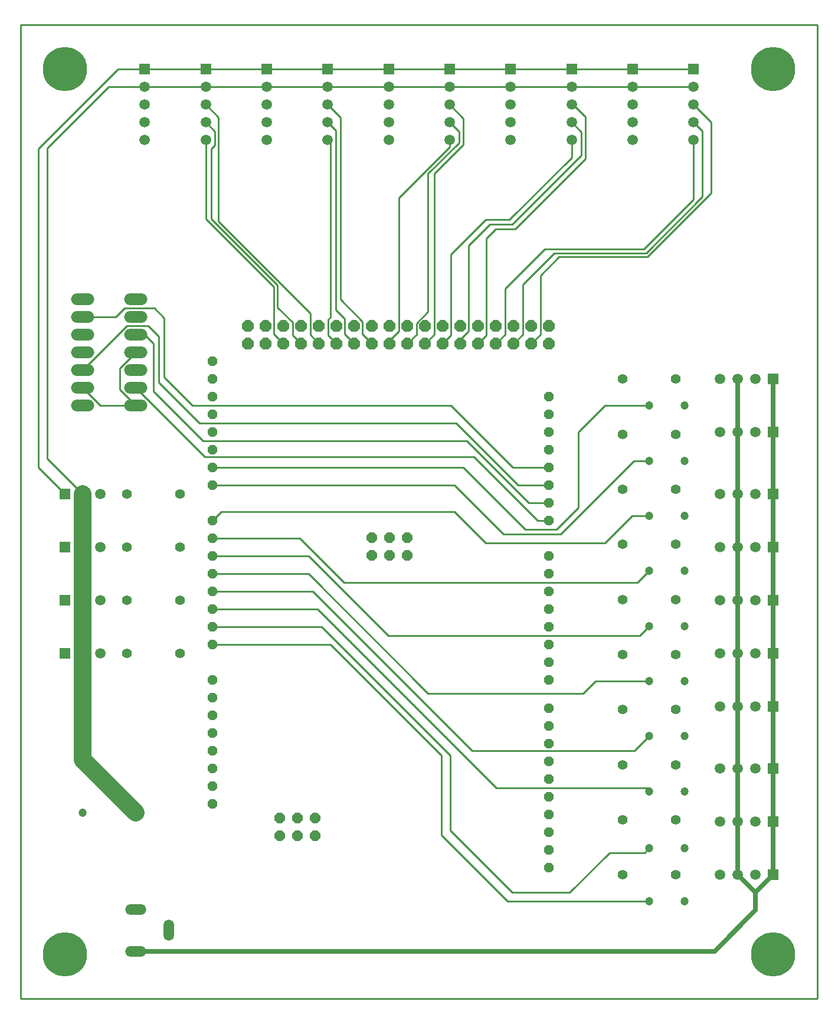
<source format=gbl>
G04 Layer_Physical_Order=2*
G04 Layer_Color=16711680*
%FSLAX25Y25*%
%MOIN*%
G70*
G01*
G75*
%ADD10C,0.01000*%
%ADD11C,0.02500*%
%ADD12C,0.10000*%
%ADD13C,0.00000*%
%ADD14C,0.05512*%
%ADD15C,0.04724*%
%ADD16R,0.04724X0.04724*%
%ADD17O,0.13200X0.06600*%
%ADD18P,0.07144X8X202.5*%
%ADD19P,0.06605X8X202.5*%
%ADD20P,0.06061X8X202.5*%
%ADD21C,0.25000*%
%ADD22R,0.05905X0.05905*%
%ADD23C,0.05905*%
%ADD24R,0.05905X0.05905*%
%ADD25O,0.05937X0.11874*%
%ADD26O,0.11874X0.05937*%
D10*
X79444Y470000D02*
X84500Y464944D01*
Y457203D02*
Y464944D01*
X82500Y455203D02*
X84500Y457203D01*
X82500Y415500D02*
Y455203D01*
X79444Y480000D02*
X86500Y472944D01*
Y414000D02*
Y472944D01*
Y414000D02*
X138398Y362102D01*
X217222Y470000D02*
X222500Y464722D01*
Y458500D02*
Y464722D01*
X205000Y441000D02*
X222500Y458500D01*
X227000Y290000D02*
X261900Y255100D01*
X78000Y290000D02*
X227000D01*
X50000Y318000D02*
X78000Y290000D01*
X221000Y300000D02*
X255900Y265100D01*
X76000Y300000D02*
X221000D01*
X53000Y323000D02*
X76000Y300000D01*
X252500Y412500D02*
X291500Y451500D01*
X286111Y470000D02*
X291500Y464611D01*
Y451500D02*
Y464611D01*
X287000Y480000D02*
X294000Y473000D01*
Y449500D02*
Y473000D01*
X254200Y409700D02*
X294000Y449500D01*
X286111Y480000D02*
X287000D01*
X243200Y409700D02*
X254200D01*
X240000Y412500D02*
X252500D01*
X238000Y404500D02*
X243200Y409700D01*
X238000Y349802D02*
Y404500D01*
X228000Y400500D02*
X240000Y412500D01*
X228000Y352202D02*
Y400500D01*
X237500Y415000D02*
X251000D01*
X218000Y395500D02*
X237500Y415000D01*
X218000Y349802D02*
Y395500D01*
X286111Y450111D02*
Y460000D01*
X251000Y415000D02*
X286111Y450111D01*
X33500Y365000D02*
X50400D01*
X28500Y360000D02*
X33500Y365000D01*
X10000Y360000D02*
X28500D01*
X50400Y365000D02*
X56000Y359400D01*
X243500Y94000D02*
X330000D01*
Y92222D02*
Y94000D01*
X142500Y195000D02*
X243500Y94000D01*
X355000Y426500D02*
Y460000D01*
X327000Y398500D02*
X355000Y426500D01*
X271000Y398500D02*
X327000D01*
X329000Y394000D02*
X365000Y430000D01*
X279000Y394000D02*
X329000D01*
X268500Y383500D02*
X279000Y394000D01*
X248500Y376000D02*
X271000Y398500D01*
X268500Y350302D02*
Y383500D01*
X263298Y345100D02*
X268500Y350302D01*
X258500Y378500D02*
X276100Y396100D01*
X258500Y350302D02*
Y378500D01*
X253298Y345100D02*
X258500Y350302D01*
X248500D02*
Y376000D01*
X243298Y345100D02*
X248500Y350302D01*
X233298Y345100D02*
X238000Y349802D01*
X223298Y347500D02*
X228000Y352202D01*
X223298Y345100D02*
Y347500D01*
X213298Y345100D02*
X218000Y349802D01*
X208500Y441000D02*
X225000Y457500D01*
X208500Y350302D02*
Y441000D01*
X203298Y345100D02*
X208500Y350302D01*
X198500Y356525D02*
X205000Y363025D01*
X198500Y350302D02*
Y356525D01*
X193298Y345100D02*
X198500Y350302D01*
X182500Y346000D02*
Y347500D01*
Y345898D02*
Y346000D01*
X188500Y352000D02*
Y427500D01*
X182500Y346000D02*
X188500Y352000D01*
Y427500D02*
X217222Y456222D01*
Y460000D01*
X205000Y363025D02*
Y441000D01*
X182778Y490000D02*
X217222D01*
Y480000D02*
X225000Y472222D01*
X182778Y500000D02*
X217222D01*
X251667D01*
X217222Y490000D02*
X251667D01*
X148333Y480000D02*
X155500Y472833D01*
Y370000D02*
Y472833D01*
Y370000D02*
X168000Y357500D01*
Y350398D02*
X173298Y345100D01*
X168000Y350398D02*
Y357500D01*
X153000Y364123D02*
X158000Y359123D01*
Y350398D02*
Y359123D01*
Y350398D02*
X163298Y345100D01*
X148500Y349898D02*
Y358500D01*
X150000Y360000D01*
Y458333D01*
X148333Y470000D02*
X153000Y465333D01*
Y364123D02*
Y465333D01*
X120000Y365500D02*
Y378000D01*
X82500Y415500D02*
X120000Y378000D01*
Y365500D02*
X128500Y357000D01*
X79444Y415556D02*
X118000Y377000D01*
Y350398D02*
Y377000D01*
Y350398D02*
X123298Y345100D01*
X138398Y350000D02*
Y362102D01*
X128500Y349898D02*
Y357000D01*
Y349898D02*
X133298Y345100D01*
X24500Y490000D02*
X45000D01*
X-10000Y455500D02*
X24500Y490000D01*
X-10000Y280000D02*
Y455500D01*
X20000Y310000D02*
X40000D01*
X10000Y320000D02*
X20000Y310000D01*
X31000Y331000D02*
X40000Y340000D01*
X31000Y319000D02*
Y331000D01*
Y319000D02*
X40000Y310000D01*
X231000Y281000D02*
X266900Y245100D01*
X273298D01*
X261900Y255100D02*
X273298D01*
X255900Y265100D02*
X273298D01*
X40000Y320000D02*
X79000Y281000D01*
X231000D01*
X40000Y350000D02*
X45000D01*
X50000Y345000D01*
Y318000D02*
Y345000D01*
X53000Y323000D02*
Y349000D01*
X47000Y355000D02*
X53000Y349000D01*
X10000Y330000D02*
X35000Y355000D01*
X47000D01*
X56000Y326000D02*
Y359400D01*
Y326000D02*
X72000Y310000D01*
X218000D01*
X252900Y275100D01*
X273298D01*
X250000Y30000D02*
X330000D01*
X212500Y67500D02*
X250000Y30000D01*
X212500Y67500D02*
Y112500D01*
X149900Y175100D02*
X212500Y112500D01*
X83298Y175100D02*
X149900D01*
X305000Y310000D02*
X330000D01*
X290000Y295000D02*
X305000Y310000D01*
X290000Y252500D02*
Y295000D01*
X277500Y240000D02*
X290000Y252500D01*
X260000Y240000D02*
X277500D01*
X224900Y275100D02*
X260000Y240000D01*
X83298Y275100D02*
X224900D01*
X83298Y185100D02*
X144900D01*
X217500Y112500D01*
Y70000D02*
Y112500D01*
Y70000D02*
X252500Y35000D01*
X285000D01*
X307500Y57500D01*
X327500D01*
X330000Y60000D01*
X83398Y195000D02*
X142500D01*
X83298Y195100D02*
X83398Y195000D01*
X83298Y205100D02*
X139900D01*
X230000Y115000D01*
X321667D01*
X330000Y123333D01*
X299444Y154444D02*
X330000D01*
X83398Y215000D02*
X137500D01*
X83298Y215100D02*
X83398Y215000D01*
X83298Y225100D02*
X137400D01*
X292500Y147500D02*
X299444Y154444D01*
X137500Y215000D02*
X205000Y147500D01*
X292500D01*
X137400Y225100D02*
X182500Y180000D01*
X324445D01*
X330000Y185556D01*
X323333Y210000D02*
X330000Y216667D01*
X157500Y210000D02*
X323333D01*
X132500Y235000D02*
X157500Y210000D01*
X83398Y235000D02*
X132500D01*
X83298Y235100D02*
X83398Y235000D01*
X320278Y247778D02*
X330000D01*
X305000Y232500D02*
X320278Y247778D01*
X237500Y232500D02*
X305000D01*
X220000Y250000D02*
X237500Y232500D01*
X88198Y250000D02*
X220000D01*
X83298Y245100D02*
X88198Y250000D01*
X83298Y265100D02*
X219900D01*
X247500Y237500D01*
X280000D01*
X321389Y278889D01*
X330000D01*
X45000Y500000D02*
X79444D01*
X113889D01*
X148333D01*
X182778D01*
X251667D02*
X286111D01*
X320555D01*
X355000D01*
X45000Y490000D02*
X79444D01*
X113889D01*
X148333D01*
X182778D01*
X251667D02*
X286111D01*
X320555D01*
X355000D01*
X-15000Y275000D02*
X0Y260000D01*
X-15000Y275000D02*
Y455000D01*
X30000Y500000D01*
X45000D01*
X-10000Y280000D02*
X10000Y260000D01*
X79444Y415556D02*
Y460000D01*
X138398Y350000D02*
X143298Y345100D01*
X225000Y457500D02*
Y472222D01*
X148500Y349898D02*
X153298Y345100D01*
X148333Y460000D02*
X150000Y458333D01*
X182500Y345898D02*
X183298Y345100D01*
X276100Y396100D02*
X328080D01*
X360000Y428020D01*
Y465000D01*
X355000Y470000D02*
X360000Y465000D01*
X355000Y480000D02*
X365000Y470000D01*
Y430000D02*
Y470000D01*
X-25000Y-24900D02*
X425000D01*
Y525000D01*
X-25000D02*
X425000D01*
X-25000Y-24900D02*
Y525000D01*
D11*
X400000Y45000D02*
Y75000D01*
Y105000D01*
Y140000D01*
Y170000D01*
Y200000D01*
Y230000D01*
Y260000D01*
Y295000D01*
Y325000D01*
X380000Y45000D02*
Y75000D01*
Y105000D01*
Y140000D01*
Y170000D01*
Y200000D01*
Y230000D01*
Y260000D01*
Y295000D01*
Y325000D01*
Y45000D02*
X390000Y35000D01*
X400000Y45000D01*
X40000Y1969D02*
X366968D01*
X390000Y25000D01*
Y35000D01*
D12*
X10000Y110000D02*
X40000Y80000D01*
X10000Y110000D02*
Y170000D01*
Y200000D01*
Y230000D01*
Y260000D01*
D13*
X56535Y10630D02*
Y16929D01*
Y10630D02*
X60472D01*
Y16929D01*
X56535D02*
X60472D01*
X36850Y0D02*
X43150D01*
Y3937D01*
X36850D02*
X43150D01*
X36850Y0D02*
Y3937D01*
Y23622D02*
X43150D01*
Y27559D01*
X36850D02*
X43150D01*
X36850Y23622D02*
Y27559D01*
D14*
X65000Y260000D02*
D03*
X35000D02*
D03*
X65000Y200000D02*
D03*
X35000D02*
D03*
X65000Y170000D02*
D03*
X35000D02*
D03*
X65000Y230000D02*
D03*
X35000D02*
D03*
X315000Y325000D02*
D03*
X345000D02*
D03*
X315000Y293889D02*
D03*
X345000D02*
D03*
X315000Y262778D02*
D03*
X345000D02*
D03*
X315000Y231667D02*
D03*
X345000D02*
D03*
X315000Y200555D02*
D03*
X345000D02*
D03*
X315000Y169444D02*
D03*
X345000D02*
D03*
X315000Y138333D02*
D03*
X345000D02*
D03*
X315000Y107222D02*
D03*
X345000D02*
D03*
X315000Y76111D02*
D03*
X345000D02*
D03*
X315000Y45000D02*
D03*
X345000D02*
D03*
D15*
X10000Y80000D02*
D03*
X350000Y310000D02*
D03*
X330000D02*
D03*
X350000Y278889D02*
D03*
X330000D02*
D03*
X350000Y247778D02*
D03*
X330000D02*
D03*
X350000Y216667D02*
D03*
X330000D02*
D03*
X350000Y185556D02*
D03*
X330000D02*
D03*
X350000Y154444D02*
D03*
X330000D02*
D03*
X350000Y123333D02*
D03*
X330000D02*
D03*
X350000Y92222D02*
D03*
X330000D02*
D03*
X350000Y60000D02*
D03*
X330000D02*
D03*
X350000Y30000D02*
D03*
X330000D02*
D03*
D16*
X40000Y80000D02*
D03*
D17*
X10000Y310000D02*
D03*
Y320000D02*
D03*
Y330000D02*
D03*
Y340000D02*
D03*
Y350000D02*
D03*
Y360000D02*
D03*
Y370000D02*
D03*
X40000Y310000D02*
D03*
Y370000D02*
D03*
Y360000D02*
D03*
Y350000D02*
D03*
Y340000D02*
D03*
Y330000D02*
D03*
Y320000D02*
D03*
D18*
X103298Y355100D02*
D03*
Y345100D02*
D03*
X113298Y355100D02*
D03*
Y345100D02*
D03*
X123298Y355100D02*
D03*
Y345100D02*
D03*
X133298Y355100D02*
D03*
Y345100D02*
D03*
X143298Y355100D02*
D03*
Y345100D02*
D03*
X153298Y355100D02*
D03*
Y345100D02*
D03*
X163298Y355100D02*
D03*
Y345100D02*
D03*
X173298Y355100D02*
D03*
Y345100D02*
D03*
X183298Y355100D02*
D03*
Y345100D02*
D03*
X193298Y355100D02*
D03*
Y345100D02*
D03*
X203298Y355100D02*
D03*
Y345100D02*
D03*
X213298Y355100D02*
D03*
Y345100D02*
D03*
X223298Y355100D02*
D03*
Y345100D02*
D03*
X233298Y355100D02*
D03*
Y345100D02*
D03*
X243298Y355100D02*
D03*
Y345100D02*
D03*
X253298Y355100D02*
D03*
Y345100D02*
D03*
X263298Y355100D02*
D03*
Y345100D02*
D03*
X273298Y355100D02*
D03*
Y345100D02*
D03*
D19*
X173298Y235600D02*
D03*
Y225600D02*
D03*
X183298Y235600D02*
D03*
Y225600D02*
D03*
X193298Y235600D02*
D03*
Y225600D02*
D03*
X141298Y67300D02*
D03*
Y77300D02*
D03*
X131298Y67300D02*
D03*
Y77300D02*
D03*
X121298Y67300D02*
D03*
Y77300D02*
D03*
D20*
X273298Y49100D02*
D03*
Y59100D02*
D03*
Y69100D02*
D03*
Y79100D02*
D03*
Y89100D02*
D03*
Y99100D02*
D03*
Y109100D02*
D03*
Y119100D02*
D03*
Y129100D02*
D03*
Y139100D02*
D03*
Y155100D02*
D03*
Y165100D02*
D03*
Y175100D02*
D03*
Y185100D02*
D03*
Y195100D02*
D03*
Y205100D02*
D03*
Y215100D02*
D03*
Y225100D02*
D03*
Y315100D02*
D03*
Y305100D02*
D03*
Y295100D02*
D03*
Y285100D02*
D03*
Y275100D02*
D03*
Y265100D02*
D03*
Y255100D02*
D03*
Y245100D02*
D03*
X83298Y155100D02*
D03*
Y145100D02*
D03*
Y135100D02*
D03*
Y125100D02*
D03*
Y115100D02*
D03*
Y105100D02*
D03*
Y95100D02*
D03*
Y85100D02*
D03*
Y245100D02*
D03*
Y235100D02*
D03*
Y225100D02*
D03*
Y215100D02*
D03*
Y205100D02*
D03*
Y195100D02*
D03*
Y185100D02*
D03*
Y175100D02*
D03*
Y335100D02*
D03*
Y325100D02*
D03*
Y315100D02*
D03*
Y305100D02*
D03*
Y295100D02*
D03*
Y285100D02*
D03*
Y275100D02*
D03*
Y265100D02*
D03*
D21*
X400000Y0D02*
D03*
X0D02*
D03*
Y500000D02*
D03*
X400000D02*
D03*
D22*
Y325000D02*
D03*
Y295000D02*
D03*
Y260000D02*
D03*
Y230000D02*
D03*
Y200000D02*
D03*
Y170000D02*
D03*
Y140000D02*
D03*
Y105000D02*
D03*
Y75000D02*
D03*
Y45000D02*
D03*
X0Y260000D02*
D03*
Y230000D02*
D03*
Y200000D02*
D03*
Y170000D02*
D03*
D23*
X390000Y325000D02*
D03*
X380000D02*
D03*
X370000D02*
D03*
X390000Y295000D02*
D03*
X380000D02*
D03*
X370000D02*
D03*
X390000Y260000D02*
D03*
X380000D02*
D03*
X370000D02*
D03*
X390000Y230000D02*
D03*
X380000D02*
D03*
X370000D02*
D03*
X390000Y200000D02*
D03*
X380000D02*
D03*
X370000D02*
D03*
X390000Y170000D02*
D03*
X380000D02*
D03*
X370000D02*
D03*
X390000Y140000D02*
D03*
X380000D02*
D03*
X370000D02*
D03*
X390000Y105000D02*
D03*
X380000D02*
D03*
X370000D02*
D03*
X390000Y75000D02*
D03*
X380000D02*
D03*
X370000D02*
D03*
X390000Y45000D02*
D03*
X380000D02*
D03*
X370000D02*
D03*
X45000Y490000D02*
D03*
Y480000D02*
D03*
Y470000D02*
D03*
Y460000D02*
D03*
X79444Y490000D02*
D03*
Y480000D02*
D03*
Y470000D02*
D03*
Y460000D02*
D03*
X113889Y490000D02*
D03*
Y480000D02*
D03*
Y470000D02*
D03*
Y460000D02*
D03*
X148333Y490000D02*
D03*
Y480000D02*
D03*
Y470000D02*
D03*
Y460000D02*
D03*
X182778Y490000D02*
D03*
Y480000D02*
D03*
Y470000D02*
D03*
Y460000D02*
D03*
X217222Y490000D02*
D03*
Y480000D02*
D03*
Y470000D02*
D03*
Y460000D02*
D03*
X251667Y490000D02*
D03*
Y480000D02*
D03*
Y470000D02*
D03*
Y460000D02*
D03*
X286111Y490000D02*
D03*
Y480000D02*
D03*
Y470000D02*
D03*
Y460000D02*
D03*
X320555Y490000D02*
D03*
Y480000D02*
D03*
Y470000D02*
D03*
Y460000D02*
D03*
X355000Y490000D02*
D03*
Y480000D02*
D03*
Y470000D02*
D03*
Y460000D02*
D03*
X20000Y260000D02*
D03*
X10000D02*
D03*
X20000Y230000D02*
D03*
X10000D02*
D03*
X20000Y200000D02*
D03*
X10000D02*
D03*
X20000Y170000D02*
D03*
X10000D02*
D03*
D24*
X45000Y500000D02*
D03*
X79444D02*
D03*
X113889D02*
D03*
X148333D02*
D03*
X182778D02*
D03*
X217222D02*
D03*
X251667D02*
D03*
X286111D02*
D03*
X320555D02*
D03*
X355000D02*
D03*
D25*
X58504Y13780D02*
D03*
D26*
X40000Y1969D02*
D03*
Y25591D02*
D03*
M02*

</source>
